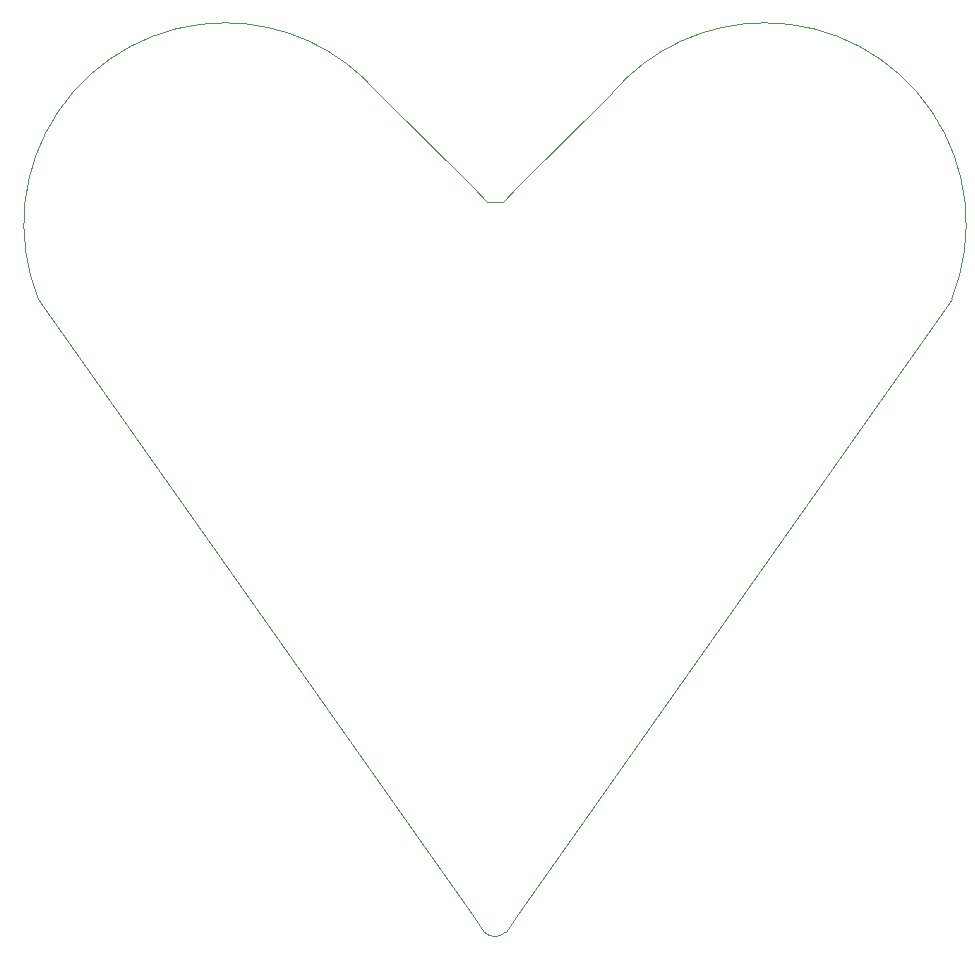
<source format=gbr>
%TF.GenerationSoftware,KiCad,Pcbnew,7.0.10*%
%TF.CreationDate,2024-08-15T14:01:48-03:00*%
%TF.ProjectId,CORAZON LEDS CON FADE,434f5241-5a4f-44e2-904c-45445320434f,rev?*%
%TF.SameCoordinates,Original*%
%TF.FileFunction,Profile,NP*%
%FSLAX46Y46*%
G04 Gerber Fmt 4.6, Leading zero omitted, Abs format (unit mm)*
G04 Created by KiCad (PCBNEW 7.0.10) date 2024-08-15 14:01:48*
%MOMM*%
%LPD*%
G01*
G04 APERTURE LIST*
%TA.AperFunction,Profile*%
%ADD10C,0.100000*%
%TD*%
G04 APERTURE END LIST*
D10*
X144145000Y-55245000D02*
X143510000Y-55245000D01*
X134231849Y-46061272D02*
G75*
G03*
X121295000Y-40111164I-12936849J-11088728D01*
G01*
X144145000Y-117475000D02*
G75*
G03*
X145043026Y-117103026I0J1270000D01*
G01*
X146050000Y-53975000D02*
X144790000Y-55245000D01*
X154068151Y-46061272D02*
X146050000Y-53975000D01*
X142250000Y-53975000D02*
X143510000Y-55245000D01*
X167005000Y-40111164D02*
G75*
G03*
X154068151Y-46061272I0J-17038836D01*
G01*
X121295000Y-40111165D02*
G75*
G03*
X105474839Y-63478064I0J-17038835D01*
G01*
X134231849Y-46061272D02*
X142250000Y-53975000D01*
X143246974Y-117103026D02*
G75*
G03*
X144145000Y-117475000I898026J898026D01*
G01*
X182825161Y-63478064D02*
X146060000Y-115570000D01*
X145043026Y-117103026D02*
X146060000Y-115570000D01*
X105474838Y-63478064D02*
X142240000Y-115570000D01*
X143246974Y-117103026D02*
X142240000Y-115570000D01*
X182825161Y-63478064D02*
G75*
G03*
X167005000Y-40111165I-15820161J6328064D01*
G01*
X144145000Y-55245000D02*
X144790000Y-55245000D01*
M02*

</source>
